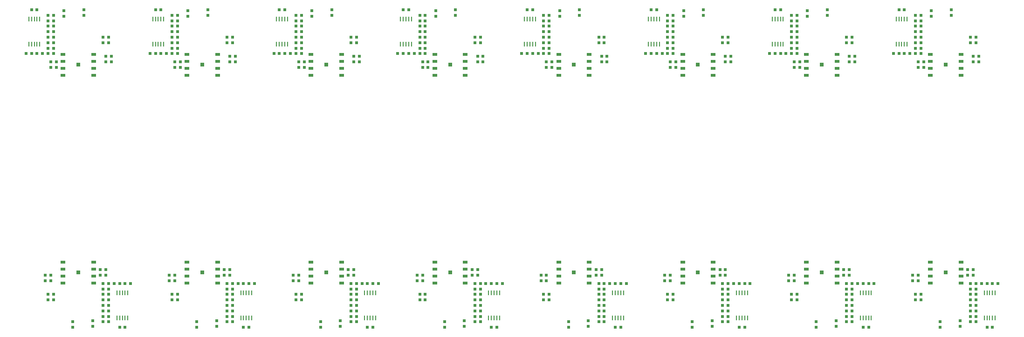
<source format=gbp>
G04 EAGLE Gerber RS-274X export*
G75*
%MOMM*%
%FSLAX34Y34*%
%LPD*%
%INSolderpaste Bottom*%
%IPPOS*%
%AMOC8*
5,1,8,0,0,1.08239X$1,22.5*%
G01*
%ADD10R,0.600000X0.600000*%
%ADD11R,0.850000X0.500000*%
%ADD12R,0.800000X0.800000*%
%ADD13R,0.250000X0.875000*%


D10*
X150000Y155000D03*
X150000Y165000D03*
D11*
X82250Y140950D03*
X82250Y153650D03*
X82250Y166350D03*
X82250Y179050D03*
X137750Y166350D03*
X137750Y179050D03*
X137750Y153650D03*
X137750Y140950D03*
D12*
X110000Y160000D03*
D10*
X65000Y120000D03*
X55000Y120000D03*
X136000Y72000D03*
X136000Y62000D03*
X155000Y90000D03*
X165000Y90000D03*
X100000Y70000D03*
X100000Y60000D03*
X155000Y130000D03*
X165000Y130000D03*
X155000Y100000D03*
X165000Y100000D03*
X65000Y110000D03*
X55000Y110000D03*
X60000Y145000D03*
X60000Y155000D03*
X165000Y110000D03*
X155000Y110000D03*
X165000Y120000D03*
X155000Y120000D03*
X155000Y140000D03*
X165000Y140000D03*
X160000Y155000D03*
X160000Y165000D03*
X155000Y80000D03*
X165000Y80000D03*
X155000Y70000D03*
X165000Y70000D03*
X50000Y145000D03*
X50000Y155000D03*
D13*
X180000Y122625D03*
X185000Y122625D03*
X190000Y122625D03*
X195000Y122625D03*
X200000Y122625D03*
X200000Y77375D03*
X195000Y77375D03*
X190000Y77375D03*
X185000Y77375D03*
X180000Y77375D03*
D10*
X185000Y60000D03*
X195000Y60000D03*
X175000Y140000D03*
X185000Y140000D03*
X205000Y140000D03*
X195000Y140000D03*
X375069Y155000D03*
X375069Y165000D03*
D11*
X307319Y140950D03*
X307319Y153650D03*
X307319Y166350D03*
X307319Y179050D03*
X362819Y166350D03*
X362819Y179050D03*
X362819Y153650D03*
X362819Y140950D03*
D12*
X335069Y160000D03*
D10*
X290069Y120000D03*
X280069Y120000D03*
X361069Y72000D03*
X361069Y62000D03*
X380069Y90000D03*
X390069Y90000D03*
X325069Y70000D03*
X325069Y60000D03*
X380069Y130000D03*
X390069Y130000D03*
X380069Y100000D03*
X390069Y100000D03*
X290069Y110000D03*
X280069Y110000D03*
X285069Y145000D03*
X285069Y155000D03*
X390069Y110000D03*
X380069Y110000D03*
X390069Y120000D03*
X380069Y120000D03*
X380069Y140000D03*
X390069Y140000D03*
X385069Y155000D03*
X385069Y165000D03*
X380069Y80000D03*
X390069Y80000D03*
X380069Y70000D03*
X390069Y70000D03*
X275069Y145000D03*
X275069Y155000D03*
D13*
X405069Y122625D03*
X410069Y122625D03*
X415069Y122625D03*
X420069Y122625D03*
X425069Y122625D03*
X425069Y77375D03*
X420069Y77375D03*
X415069Y77375D03*
X410069Y77375D03*
X405069Y77375D03*
D10*
X410069Y60000D03*
X420069Y60000D03*
X400069Y140000D03*
X410069Y140000D03*
X430069Y140000D03*
X420069Y140000D03*
X600164Y155000D03*
X600164Y165000D03*
D11*
X532414Y140950D03*
X532414Y153650D03*
X532414Y166350D03*
X532414Y179050D03*
X587914Y166350D03*
X587914Y179050D03*
X587914Y153650D03*
X587914Y140950D03*
D12*
X560164Y160000D03*
D10*
X515164Y120000D03*
X505164Y120000D03*
X586164Y72000D03*
X586164Y62000D03*
X605164Y90000D03*
X615164Y90000D03*
X550164Y70000D03*
X550164Y60000D03*
X605164Y130000D03*
X615164Y130000D03*
X605164Y100000D03*
X615164Y100000D03*
X515164Y110000D03*
X505164Y110000D03*
X510164Y145000D03*
X510164Y155000D03*
X615164Y110000D03*
X605164Y110000D03*
X615164Y120000D03*
X605164Y120000D03*
X605164Y140000D03*
X615164Y140000D03*
X610164Y155000D03*
X610164Y165000D03*
X605164Y80000D03*
X615164Y80000D03*
X605164Y70000D03*
X615164Y70000D03*
X500164Y145000D03*
X500164Y155000D03*
D13*
X630164Y122625D03*
X635164Y122625D03*
X640164Y122625D03*
X645164Y122625D03*
X650164Y122625D03*
X650164Y77375D03*
X645164Y77375D03*
X640164Y77375D03*
X635164Y77375D03*
X630164Y77375D03*
D10*
X635164Y60000D03*
X645164Y60000D03*
X625164Y140000D03*
X635164Y140000D03*
X655164Y140000D03*
X645164Y140000D03*
X825234Y155000D03*
X825234Y165000D03*
D11*
X757484Y140950D03*
X757484Y153650D03*
X757484Y166350D03*
X757484Y179050D03*
X812984Y166350D03*
X812984Y179050D03*
X812984Y153650D03*
X812984Y140950D03*
D12*
X785234Y160000D03*
D10*
X740234Y120000D03*
X730234Y120000D03*
X811234Y72000D03*
X811234Y62000D03*
X830234Y90000D03*
X840234Y90000D03*
X775234Y70000D03*
X775234Y60000D03*
X830234Y130000D03*
X840234Y130000D03*
X830234Y100000D03*
X840234Y100000D03*
X740234Y110000D03*
X730234Y110000D03*
X735234Y145000D03*
X735234Y155000D03*
X840234Y110000D03*
X830234Y110000D03*
X840234Y120000D03*
X830234Y120000D03*
X830234Y140000D03*
X840234Y140000D03*
X835234Y155000D03*
X835234Y165000D03*
X830234Y80000D03*
X840234Y80000D03*
X830234Y70000D03*
X840234Y70000D03*
X725234Y145000D03*
X725234Y155000D03*
D13*
X855234Y122625D03*
X860234Y122625D03*
X865234Y122625D03*
X870234Y122625D03*
X875234Y122625D03*
X875234Y77375D03*
X870234Y77375D03*
X865234Y77375D03*
X860234Y77375D03*
X855234Y77375D03*
D10*
X860234Y60000D03*
X870234Y60000D03*
X850234Y140000D03*
X860234Y140000D03*
X880234Y140000D03*
X870234Y140000D03*
X1050328Y155000D03*
X1050328Y165000D03*
D11*
X982578Y140950D03*
X982578Y153650D03*
X982578Y166350D03*
X982578Y179050D03*
X1038078Y166350D03*
X1038078Y179050D03*
X1038078Y153650D03*
X1038078Y140950D03*
D12*
X1010328Y160000D03*
D10*
X965328Y120000D03*
X955328Y120000D03*
X1036328Y72000D03*
X1036328Y62000D03*
X1055328Y90000D03*
X1065328Y90000D03*
X1000328Y70000D03*
X1000328Y60000D03*
X1055328Y130000D03*
X1065328Y130000D03*
X1055328Y100000D03*
X1065328Y100000D03*
X965328Y110000D03*
X955328Y110000D03*
X960328Y145000D03*
X960328Y155000D03*
X1065328Y110000D03*
X1055328Y110000D03*
X1065328Y120000D03*
X1055328Y120000D03*
X1055328Y140000D03*
X1065328Y140000D03*
X1060328Y155000D03*
X1060328Y165000D03*
X1055328Y80000D03*
X1065328Y80000D03*
X1055328Y70000D03*
X1065328Y70000D03*
X950328Y145000D03*
X950328Y155000D03*
D13*
X1080328Y122625D03*
X1085328Y122625D03*
X1090328Y122625D03*
X1095328Y122625D03*
X1100328Y122625D03*
X1100328Y77375D03*
X1095328Y77375D03*
X1090328Y77375D03*
X1085328Y77375D03*
X1080328Y77375D03*
D10*
X1085328Y60000D03*
X1095328Y60000D03*
X1075328Y140000D03*
X1085328Y140000D03*
X1105328Y140000D03*
X1095328Y140000D03*
X1275398Y155000D03*
X1275398Y165000D03*
D11*
X1207648Y140950D03*
X1207648Y153650D03*
X1207648Y166350D03*
X1207648Y179050D03*
X1263148Y166350D03*
X1263148Y179050D03*
X1263148Y153650D03*
X1263148Y140950D03*
D12*
X1235398Y160000D03*
D10*
X1190398Y120000D03*
X1180398Y120000D03*
X1261398Y72000D03*
X1261398Y62000D03*
X1280398Y90000D03*
X1290398Y90000D03*
X1225398Y70000D03*
X1225398Y60000D03*
X1280398Y130000D03*
X1290398Y130000D03*
X1280398Y100000D03*
X1290398Y100000D03*
X1190398Y110000D03*
X1180398Y110000D03*
X1185398Y145000D03*
X1185398Y155000D03*
X1290398Y110000D03*
X1280398Y110000D03*
X1290398Y120000D03*
X1280398Y120000D03*
X1280398Y140000D03*
X1290398Y140000D03*
X1285398Y155000D03*
X1285398Y165000D03*
X1280398Y80000D03*
X1290398Y80000D03*
X1280398Y70000D03*
X1290398Y70000D03*
X1175398Y145000D03*
X1175398Y155000D03*
D13*
X1305398Y122625D03*
X1310398Y122625D03*
X1315398Y122625D03*
X1320398Y122625D03*
X1325398Y122625D03*
X1325398Y77375D03*
X1320398Y77375D03*
X1315398Y77375D03*
X1310398Y77375D03*
X1305398Y77375D03*
D10*
X1310398Y60000D03*
X1320398Y60000D03*
X1300398Y140000D03*
X1310398Y140000D03*
X1330398Y140000D03*
X1320398Y140000D03*
X1500493Y155000D03*
X1500493Y165000D03*
D11*
X1432743Y140950D03*
X1432743Y153650D03*
X1432743Y166350D03*
X1432743Y179050D03*
X1488243Y166350D03*
X1488243Y179050D03*
X1488243Y153650D03*
X1488243Y140950D03*
D12*
X1460493Y160000D03*
D10*
X1415493Y120000D03*
X1405493Y120000D03*
X1486493Y72000D03*
X1486493Y62000D03*
X1505493Y90000D03*
X1515493Y90000D03*
X1450493Y70000D03*
X1450493Y60000D03*
X1505493Y130000D03*
X1515493Y130000D03*
X1505493Y100000D03*
X1515493Y100000D03*
X1415493Y110000D03*
X1405493Y110000D03*
X1410493Y145000D03*
X1410493Y155000D03*
X1515493Y110000D03*
X1505493Y110000D03*
X1515493Y120000D03*
X1505493Y120000D03*
X1505493Y140000D03*
X1515493Y140000D03*
X1510493Y155000D03*
X1510493Y165000D03*
X1505493Y80000D03*
X1515493Y80000D03*
X1505493Y70000D03*
X1515493Y70000D03*
X1400493Y145000D03*
X1400493Y155000D03*
D13*
X1530493Y122625D03*
X1535493Y122625D03*
X1540493Y122625D03*
X1545493Y122625D03*
X1550493Y122625D03*
X1550493Y77375D03*
X1545493Y77375D03*
X1540493Y77375D03*
X1535493Y77375D03*
X1530493Y77375D03*
D10*
X1535493Y60000D03*
X1545493Y60000D03*
X1525493Y140000D03*
X1535493Y140000D03*
X1555493Y140000D03*
X1545493Y140000D03*
X1725562Y155000D03*
X1725562Y165000D03*
D11*
X1657812Y140950D03*
X1657812Y153650D03*
X1657812Y166350D03*
X1657812Y179050D03*
X1713312Y166350D03*
X1713312Y179050D03*
X1713312Y153650D03*
X1713312Y140950D03*
D12*
X1685562Y160000D03*
D10*
X1640562Y120000D03*
X1630562Y120000D03*
X1711562Y72000D03*
X1711562Y62000D03*
X1730562Y90000D03*
X1740562Y90000D03*
X1675562Y70000D03*
X1675562Y60000D03*
X1730562Y130000D03*
X1740562Y130000D03*
X1730562Y100000D03*
X1740562Y100000D03*
X1640562Y110000D03*
X1630562Y110000D03*
X1635562Y145000D03*
X1635562Y155000D03*
X1740562Y110000D03*
X1730562Y110000D03*
X1740562Y120000D03*
X1730562Y120000D03*
X1730562Y140000D03*
X1740562Y140000D03*
X1735562Y155000D03*
X1735562Y165000D03*
X1730562Y80000D03*
X1740562Y80000D03*
X1730562Y70000D03*
X1740562Y70000D03*
X1625562Y145000D03*
X1625562Y155000D03*
D13*
X1755562Y122625D03*
X1760562Y122625D03*
X1765562Y122625D03*
X1770562Y122625D03*
X1775562Y122625D03*
X1775562Y77375D03*
X1770562Y77375D03*
X1765562Y77375D03*
X1760562Y77375D03*
X1755562Y77375D03*
D10*
X1760562Y60000D03*
X1770562Y60000D03*
X1750562Y140000D03*
X1760562Y140000D03*
X1780562Y140000D03*
X1770562Y140000D03*
X69989Y543500D03*
X69989Y533500D03*
D11*
X137739Y557550D03*
X137739Y544850D03*
X137739Y532150D03*
X137739Y519450D03*
X82239Y532150D03*
X82239Y519450D03*
X82239Y544850D03*
X82239Y557550D03*
D12*
X109989Y538500D03*
D10*
X154989Y578500D03*
X164989Y578500D03*
X83989Y626500D03*
X83989Y636500D03*
X64989Y608500D03*
X54989Y608500D03*
X119989Y628500D03*
X119989Y638500D03*
X64989Y568500D03*
X54989Y568500D03*
X64989Y598500D03*
X54989Y598500D03*
X154989Y588500D03*
X164989Y588500D03*
X159989Y553500D03*
X159989Y543500D03*
X54989Y588500D03*
X64989Y588500D03*
X54989Y578500D03*
X64989Y578500D03*
X64989Y558500D03*
X54989Y558500D03*
X59989Y543500D03*
X59989Y533500D03*
X64989Y618500D03*
X54989Y618500D03*
X64989Y628500D03*
X54989Y628500D03*
X169989Y553500D03*
X169989Y543500D03*
D13*
X39989Y575875D03*
X34989Y575875D03*
X29989Y575875D03*
X24989Y575875D03*
X19989Y575875D03*
X19989Y621125D03*
X24989Y621125D03*
X29989Y621125D03*
X34989Y621125D03*
X39989Y621125D03*
D10*
X34989Y638500D03*
X24989Y638500D03*
X44989Y558500D03*
X34989Y558500D03*
X14989Y558500D03*
X24989Y558500D03*
X295084Y543500D03*
X295084Y533500D03*
D11*
X362834Y557550D03*
X362834Y544850D03*
X362834Y532150D03*
X362834Y519450D03*
X307334Y532150D03*
X307334Y519450D03*
X307334Y544850D03*
X307334Y557550D03*
D12*
X335084Y538500D03*
D10*
X380084Y578500D03*
X390084Y578500D03*
X309084Y626500D03*
X309084Y636500D03*
X290084Y608500D03*
X280084Y608500D03*
X345084Y628500D03*
X345084Y638500D03*
X290084Y568500D03*
X280084Y568500D03*
X290084Y598500D03*
X280084Y598500D03*
X380084Y588500D03*
X390084Y588500D03*
X385084Y553500D03*
X385084Y543500D03*
X280084Y588500D03*
X290084Y588500D03*
X280084Y578500D03*
X290084Y578500D03*
X290084Y558500D03*
X280084Y558500D03*
X285084Y543500D03*
X285084Y533500D03*
X290084Y618500D03*
X280084Y618500D03*
X290084Y628500D03*
X280084Y628500D03*
X395084Y553500D03*
X395084Y543500D03*
D13*
X265084Y575875D03*
X260084Y575875D03*
X255084Y575875D03*
X250084Y575875D03*
X245084Y575875D03*
X245084Y621125D03*
X250084Y621125D03*
X255084Y621125D03*
X260084Y621125D03*
X265084Y621125D03*
D10*
X260084Y638500D03*
X250084Y638500D03*
X270084Y558500D03*
X260084Y558500D03*
X240084Y558500D03*
X250084Y558500D03*
X520154Y543500D03*
X520154Y533500D03*
D11*
X587904Y557550D03*
X587904Y544850D03*
X587904Y532150D03*
X587904Y519450D03*
X532404Y532150D03*
X532404Y519450D03*
X532404Y544850D03*
X532404Y557550D03*
D12*
X560154Y538500D03*
D10*
X605154Y578500D03*
X615154Y578500D03*
X534154Y626500D03*
X534154Y636500D03*
X515154Y608500D03*
X505154Y608500D03*
X570154Y628500D03*
X570154Y638500D03*
X515154Y568500D03*
X505154Y568500D03*
X515154Y598500D03*
X505154Y598500D03*
X605154Y588500D03*
X615154Y588500D03*
X610154Y553500D03*
X610154Y543500D03*
X505154Y588500D03*
X515154Y588500D03*
X505154Y578500D03*
X515154Y578500D03*
X515154Y558500D03*
X505154Y558500D03*
X510154Y543500D03*
X510154Y533500D03*
X515154Y618500D03*
X505154Y618500D03*
X515154Y628500D03*
X505154Y628500D03*
X620154Y553500D03*
X620154Y543500D03*
D13*
X490154Y575875D03*
X485154Y575875D03*
X480154Y575875D03*
X475154Y575875D03*
X470154Y575875D03*
X470154Y621125D03*
X475154Y621125D03*
X480154Y621125D03*
X485154Y621125D03*
X490154Y621125D03*
D10*
X485154Y638500D03*
X475154Y638500D03*
X495154Y558500D03*
X485154Y558500D03*
X465154Y558500D03*
X475154Y558500D03*
X745248Y543500D03*
X745248Y533500D03*
D11*
X812998Y557550D03*
X812998Y544850D03*
X812998Y532150D03*
X812998Y519450D03*
X757498Y532150D03*
X757498Y519450D03*
X757498Y544850D03*
X757498Y557550D03*
D12*
X785248Y538500D03*
D10*
X830248Y578500D03*
X840248Y578500D03*
X759248Y626500D03*
X759248Y636500D03*
X740248Y608500D03*
X730248Y608500D03*
X795248Y628500D03*
X795248Y638500D03*
X740248Y568500D03*
X730248Y568500D03*
X740248Y598500D03*
X730248Y598500D03*
X830248Y588500D03*
X840248Y588500D03*
X835248Y553500D03*
X835248Y543500D03*
X730248Y588500D03*
X740248Y588500D03*
X730248Y578500D03*
X740248Y578500D03*
X740248Y558500D03*
X730248Y558500D03*
X735248Y543500D03*
X735248Y533500D03*
X740248Y618500D03*
X730248Y618500D03*
X740248Y628500D03*
X730248Y628500D03*
X845248Y553500D03*
X845248Y543500D03*
D13*
X715248Y575875D03*
X710248Y575875D03*
X705248Y575875D03*
X700248Y575875D03*
X695248Y575875D03*
X695248Y621125D03*
X700248Y621125D03*
X705248Y621125D03*
X710248Y621125D03*
X715248Y621125D03*
D10*
X710248Y638500D03*
X700248Y638500D03*
X720248Y558500D03*
X710248Y558500D03*
X690248Y558500D03*
X700248Y558500D03*
X970318Y543500D03*
X970318Y533500D03*
D11*
X1038068Y557550D03*
X1038068Y544850D03*
X1038068Y532150D03*
X1038068Y519450D03*
X982568Y532150D03*
X982568Y519450D03*
X982568Y544850D03*
X982568Y557550D03*
D12*
X1010318Y538500D03*
D10*
X1055318Y578500D03*
X1065318Y578500D03*
X984318Y626500D03*
X984318Y636500D03*
X965318Y608500D03*
X955318Y608500D03*
X1020318Y628500D03*
X1020318Y638500D03*
X965318Y568500D03*
X955318Y568500D03*
X965318Y598500D03*
X955318Y598500D03*
X1055318Y588500D03*
X1065318Y588500D03*
X1060318Y553500D03*
X1060318Y543500D03*
X955318Y588500D03*
X965318Y588500D03*
X955318Y578500D03*
X965318Y578500D03*
X965318Y558500D03*
X955318Y558500D03*
X960318Y543500D03*
X960318Y533500D03*
X965318Y618500D03*
X955318Y618500D03*
X965318Y628500D03*
X955318Y628500D03*
X1070318Y553500D03*
X1070318Y543500D03*
D13*
X940318Y575875D03*
X935318Y575875D03*
X930318Y575875D03*
X925318Y575875D03*
X920318Y575875D03*
X920318Y621125D03*
X925318Y621125D03*
X930318Y621125D03*
X935318Y621125D03*
X940318Y621125D03*
D10*
X935318Y638500D03*
X925318Y638500D03*
X945318Y558500D03*
X935318Y558500D03*
X915318Y558500D03*
X925318Y558500D03*
X1195413Y543500D03*
X1195413Y533500D03*
D11*
X1263163Y557550D03*
X1263163Y544850D03*
X1263163Y532150D03*
X1263163Y519450D03*
X1207663Y532150D03*
X1207663Y519450D03*
X1207663Y544850D03*
X1207663Y557550D03*
D12*
X1235413Y538500D03*
D10*
X1280413Y578500D03*
X1290413Y578500D03*
X1209413Y626500D03*
X1209413Y636500D03*
X1190413Y608500D03*
X1180413Y608500D03*
X1245413Y628500D03*
X1245413Y638500D03*
X1190413Y568500D03*
X1180413Y568500D03*
X1190413Y598500D03*
X1180413Y598500D03*
X1280413Y588500D03*
X1290413Y588500D03*
X1285413Y553500D03*
X1285413Y543500D03*
X1180413Y588500D03*
X1190413Y588500D03*
X1180413Y578500D03*
X1190413Y578500D03*
X1190413Y558500D03*
X1180413Y558500D03*
X1185413Y543500D03*
X1185413Y533500D03*
X1190413Y618500D03*
X1180413Y618500D03*
X1190413Y628500D03*
X1180413Y628500D03*
X1295413Y553500D03*
X1295413Y543500D03*
D13*
X1165413Y575875D03*
X1160413Y575875D03*
X1155413Y575875D03*
X1150413Y575875D03*
X1145413Y575875D03*
X1145413Y621125D03*
X1150413Y621125D03*
X1155413Y621125D03*
X1160413Y621125D03*
X1165413Y621125D03*
D10*
X1160413Y638500D03*
X1150413Y638500D03*
X1170413Y558500D03*
X1160413Y558500D03*
X1140413Y558500D03*
X1150413Y558500D03*
X1420482Y543500D03*
X1420482Y533500D03*
D11*
X1488232Y557550D03*
X1488232Y544850D03*
X1488232Y532150D03*
X1488232Y519450D03*
X1432732Y532150D03*
X1432732Y519450D03*
X1432732Y544850D03*
X1432732Y557550D03*
D12*
X1460482Y538500D03*
D10*
X1505482Y578500D03*
X1515482Y578500D03*
X1434482Y626500D03*
X1434482Y636500D03*
X1415482Y608500D03*
X1405482Y608500D03*
X1470482Y628500D03*
X1470482Y638500D03*
X1415482Y568500D03*
X1405482Y568500D03*
X1415482Y598500D03*
X1405482Y598500D03*
X1505482Y588500D03*
X1515482Y588500D03*
X1510482Y553500D03*
X1510482Y543500D03*
X1405482Y588500D03*
X1415482Y588500D03*
X1405482Y578500D03*
X1415482Y578500D03*
X1415482Y558500D03*
X1405482Y558500D03*
X1410482Y543500D03*
X1410482Y533500D03*
X1415482Y618500D03*
X1405482Y618500D03*
X1415482Y628500D03*
X1405482Y628500D03*
X1520482Y553500D03*
X1520482Y543500D03*
D13*
X1390482Y575875D03*
X1385482Y575875D03*
X1380482Y575875D03*
X1375482Y575875D03*
X1370482Y575875D03*
X1370482Y621125D03*
X1375482Y621125D03*
X1380482Y621125D03*
X1385482Y621125D03*
X1390482Y621125D03*
D10*
X1385482Y638500D03*
X1375482Y638500D03*
X1395482Y558500D03*
X1385482Y558500D03*
X1365482Y558500D03*
X1375482Y558500D03*
X1645551Y543500D03*
X1645551Y533500D03*
D11*
X1713301Y557550D03*
X1713301Y544850D03*
X1713301Y532150D03*
X1713301Y519450D03*
X1657801Y532150D03*
X1657801Y519450D03*
X1657801Y544850D03*
X1657801Y557550D03*
D12*
X1685551Y538500D03*
D10*
X1730551Y578500D03*
X1740551Y578500D03*
X1659551Y626500D03*
X1659551Y636500D03*
X1640551Y608500D03*
X1630551Y608500D03*
X1695551Y628500D03*
X1695551Y638500D03*
X1640551Y568500D03*
X1630551Y568500D03*
X1640551Y598500D03*
X1630551Y598500D03*
X1730551Y588500D03*
X1740551Y588500D03*
X1735551Y553500D03*
X1735551Y543500D03*
X1630551Y588500D03*
X1640551Y588500D03*
X1630551Y578500D03*
X1640551Y578500D03*
X1640551Y558500D03*
X1630551Y558500D03*
X1635551Y543500D03*
X1635551Y533500D03*
X1640551Y618500D03*
X1630551Y618500D03*
X1640551Y628500D03*
X1630551Y628500D03*
X1745551Y553500D03*
X1745551Y543500D03*
D13*
X1615551Y575875D03*
X1610551Y575875D03*
X1605551Y575875D03*
X1600551Y575875D03*
X1595551Y575875D03*
X1595551Y621125D03*
X1600551Y621125D03*
X1605551Y621125D03*
X1610551Y621125D03*
X1615551Y621125D03*
D10*
X1610551Y638500D03*
X1600551Y638500D03*
X1620551Y558500D03*
X1610551Y558500D03*
X1590551Y558500D03*
X1600551Y558500D03*
M02*

</source>
